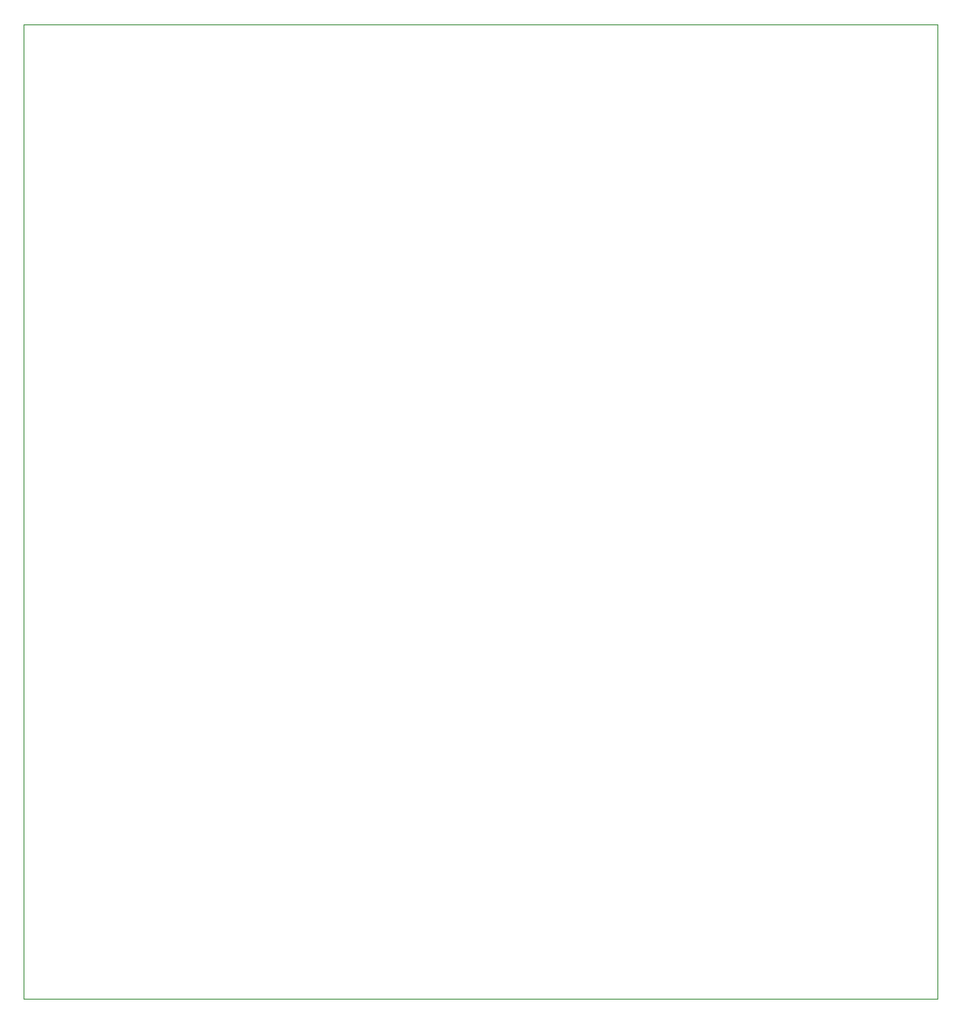
<source format=gm1>
G04 #@! TF.GenerationSoftware,KiCad,Pcbnew,5.1.4+dfsg1-1*
G04 #@! TF.CreationDate,2020-06-13T00:29:32+02:00*
G04 #@! TF.ProjectId,CAN_Battery_Switch_v2,43414e5f-4261-4747-9465-72795f537769,rev?*
G04 #@! TF.SameCoordinates,PX3dfd240PY1406f40*
G04 #@! TF.FileFunction,Profile,NP*
%FSLAX46Y46*%
G04 Gerber Fmt 4.6, Leading zero omitted, Abs format (unit mm)*
G04 Created by KiCad (PCBNEW 5.1.4+dfsg1-1) date 2020-06-13 00:29:32*
%MOMM*%
%LPD*%
G04 APERTURE LIST*
%ADD10C,0.100000*%
G04 APERTURE END LIST*
D10*
X92000000Y-98000000D02*
X0Y-98000000D01*
X92000000Y0D02*
X92000000Y-98000000D01*
X0Y0D02*
X92000000Y0D01*
X85000000Y-98000000D02*
X75000000Y-98000000D01*
X75000000Y0D02*
X85000000Y0D01*
X0Y-98000000D02*
X0Y0D01*
M02*

</source>
